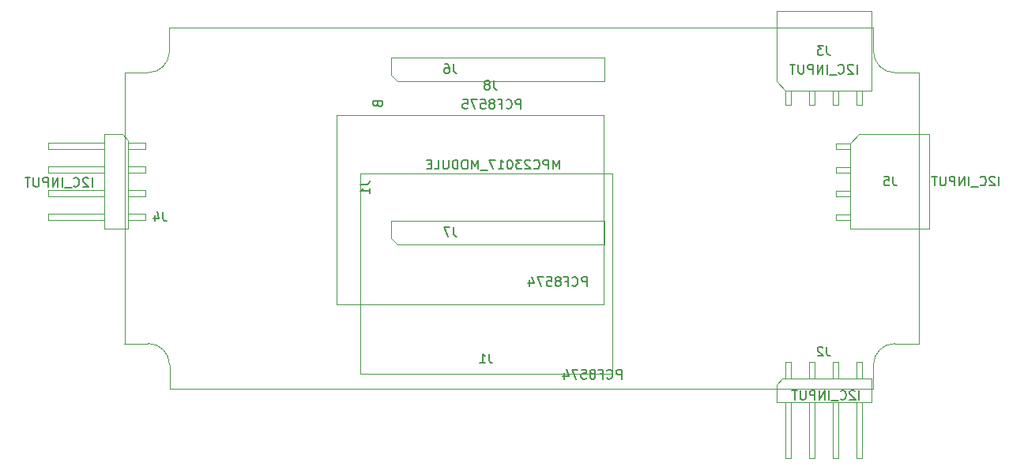
<source format=gbr>
%TF.GenerationSoftware,KiCad,Pcbnew,7.0.7*%
%TF.CreationDate,2023-10-01T14:50:05+02:00*%
%TF.ProjectId,MultiSwitch_Mcp23017_MiniSwitch,4d756c74-6953-4776-9974-63685f4d6370,1.0*%
%TF.SameCoordinates,Original*%
%TF.FileFunction,AssemblyDrawing,Bot*%
%FSLAX46Y46*%
G04 Gerber Fmt 4.6, Leading zero omitted, Abs format (unit mm)*
G04 Created by KiCad (PCBNEW 7.0.7) date 2023-10-01 14:50:05*
%MOMM*%
%LPD*%
G01*
G04 APERTURE LIST*
%ADD10C,0.100000*%
%ADD11C,0.150000*%
G04 APERTURE END LIST*
D10*
X218054000Y-132080000D02*
X218054000Y-134600000D01*
X220340000Y-129794000D02*
X222895000Y-129794000D01*
X140330000Y-100711000D02*
G75*
G03*
X142616000Y-98425000I0J2286000D01*
G01*
X142619525Y-132080000D02*
G75*
G03*
X140330000Y-129790475I-2289525J0D01*
G01*
X142619525Y-132080000D02*
X142619525Y-134620000D01*
X140330000Y-100711000D02*
X137795000Y-100711000D01*
X142616000Y-98425000D02*
X142616000Y-95885000D01*
X137795000Y-129794000D02*
X137795000Y-100711000D01*
X220340000Y-100711000D02*
X222880000Y-100711000D01*
X220340000Y-129794000D02*
G75*
G03*
X218054000Y-132080000I0J-2286000D01*
G01*
X218054000Y-98425000D02*
X218054000Y-95885000D01*
X218054000Y-98425000D02*
G75*
G03*
X220340000Y-100711000I2286000J0D01*
G01*
X142616000Y-95885000D02*
X218054000Y-95885000D01*
X222895000Y-100711000D02*
X222895000Y-129794000D01*
X140330000Y-129790475D02*
X137790000Y-129790475D01*
X142619525Y-134620000D02*
X218054000Y-134620000D01*
D11*
X216288808Y-100829819D02*
X216288808Y-99829819D01*
X215860237Y-99925057D02*
X215812618Y-99877438D01*
X215812618Y-99877438D02*
X215717380Y-99829819D01*
X215717380Y-99829819D02*
X215479285Y-99829819D01*
X215479285Y-99829819D02*
X215384047Y-99877438D01*
X215384047Y-99877438D02*
X215336428Y-99925057D01*
X215336428Y-99925057D02*
X215288809Y-100020295D01*
X215288809Y-100020295D02*
X215288809Y-100115533D01*
X215288809Y-100115533D02*
X215336428Y-100258390D01*
X215336428Y-100258390D02*
X215907856Y-100829819D01*
X215907856Y-100829819D02*
X215288809Y-100829819D01*
X214288809Y-100734580D02*
X214336428Y-100782200D01*
X214336428Y-100782200D02*
X214479285Y-100829819D01*
X214479285Y-100829819D02*
X214574523Y-100829819D01*
X214574523Y-100829819D02*
X214717380Y-100782200D01*
X214717380Y-100782200D02*
X214812618Y-100686961D01*
X214812618Y-100686961D02*
X214860237Y-100591723D01*
X214860237Y-100591723D02*
X214907856Y-100401247D01*
X214907856Y-100401247D02*
X214907856Y-100258390D01*
X214907856Y-100258390D02*
X214860237Y-100067914D01*
X214860237Y-100067914D02*
X214812618Y-99972676D01*
X214812618Y-99972676D02*
X214717380Y-99877438D01*
X214717380Y-99877438D02*
X214574523Y-99829819D01*
X214574523Y-99829819D02*
X214479285Y-99829819D01*
X214479285Y-99829819D02*
X214336428Y-99877438D01*
X214336428Y-99877438D02*
X214288809Y-99925057D01*
X214098333Y-100925057D02*
X213336428Y-100925057D01*
X213098332Y-100829819D02*
X213098332Y-99829819D01*
X212622142Y-100829819D02*
X212622142Y-99829819D01*
X212622142Y-99829819D02*
X212050714Y-100829819D01*
X212050714Y-100829819D02*
X212050714Y-99829819D01*
X211574523Y-100829819D02*
X211574523Y-99829819D01*
X211574523Y-99829819D02*
X211193571Y-99829819D01*
X211193571Y-99829819D02*
X211098333Y-99877438D01*
X211098333Y-99877438D02*
X211050714Y-99925057D01*
X211050714Y-99925057D02*
X211003095Y-100020295D01*
X211003095Y-100020295D02*
X211003095Y-100163152D01*
X211003095Y-100163152D02*
X211050714Y-100258390D01*
X211050714Y-100258390D02*
X211098333Y-100306009D01*
X211098333Y-100306009D02*
X211193571Y-100353628D01*
X211193571Y-100353628D02*
X211574523Y-100353628D01*
X210574523Y-99829819D02*
X210574523Y-100639342D01*
X210574523Y-100639342D02*
X210526904Y-100734580D01*
X210526904Y-100734580D02*
X210479285Y-100782200D01*
X210479285Y-100782200D02*
X210384047Y-100829819D01*
X210384047Y-100829819D02*
X210193571Y-100829819D01*
X210193571Y-100829819D02*
X210098333Y-100782200D01*
X210098333Y-100782200D02*
X210050714Y-100734580D01*
X210050714Y-100734580D02*
X210003095Y-100639342D01*
X210003095Y-100639342D02*
X210003095Y-99829819D01*
X209669761Y-99829819D02*
X209098333Y-99829819D01*
X209384047Y-100829819D02*
X209384047Y-99829819D01*
X213058333Y-97819819D02*
X213058333Y-98534104D01*
X213058333Y-98534104D02*
X213105952Y-98676961D01*
X213105952Y-98676961D02*
X213201190Y-98772200D01*
X213201190Y-98772200D02*
X213344047Y-98819819D01*
X213344047Y-98819819D02*
X213439285Y-98819819D01*
X212677380Y-97819819D02*
X212058333Y-97819819D01*
X212058333Y-97819819D02*
X212391666Y-98200771D01*
X212391666Y-98200771D02*
X212248809Y-98200771D01*
X212248809Y-98200771D02*
X212153571Y-98248390D01*
X212153571Y-98248390D02*
X212105952Y-98296009D01*
X212105952Y-98296009D02*
X212058333Y-98391247D01*
X212058333Y-98391247D02*
X212058333Y-98629342D01*
X212058333Y-98629342D02*
X212105952Y-98724580D01*
X212105952Y-98724580D02*
X212153571Y-98772200D01*
X212153571Y-98772200D02*
X212248809Y-98819819D01*
X212248809Y-98819819D02*
X212534523Y-98819819D01*
X212534523Y-98819819D02*
X212629761Y-98772200D01*
X212629761Y-98772200D02*
X212677380Y-98724580D01*
X180260237Y-104594819D02*
X180260237Y-103594819D01*
X180260237Y-103594819D02*
X179879285Y-103594819D01*
X179879285Y-103594819D02*
X179784047Y-103642438D01*
X179784047Y-103642438D02*
X179736428Y-103690057D01*
X179736428Y-103690057D02*
X179688809Y-103785295D01*
X179688809Y-103785295D02*
X179688809Y-103928152D01*
X179688809Y-103928152D02*
X179736428Y-104023390D01*
X179736428Y-104023390D02*
X179784047Y-104071009D01*
X179784047Y-104071009D02*
X179879285Y-104118628D01*
X179879285Y-104118628D02*
X180260237Y-104118628D01*
X178688809Y-104499580D02*
X178736428Y-104547200D01*
X178736428Y-104547200D02*
X178879285Y-104594819D01*
X178879285Y-104594819D02*
X178974523Y-104594819D01*
X178974523Y-104594819D02*
X179117380Y-104547200D01*
X179117380Y-104547200D02*
X179212618Y-104451961D01*
X179212618Y-104451961D02*
X179260237Y-104356723D01*
X179260237Y-104356723D02*
X179307856Y-104166247D01*
X179307856Y-104166247D02*
X179307856Y-104023390D01*
X179307856Y-104023390D02*
X179260237Y-103832914D01*
X179260237Y-103832914D02*
X179212618Y-103737676D01*
X179212618Y-103737676D02*
X179117380Y-103642438D01*
X179117380Y-103642438D02*
X178974523Y-103594819D01*
X178974523Y-103594819D02*
X178879285Y-103594819D01*
X178879285Y-103594819D02*
X178736428Y-103642438D01*
X178736428Y-103642438D02*
X178688809Y-103690057D01*
X177926904Y-104071009D02*
X178260237Y-104071009D01*
X178260237Y-104594819D02*
X178260237Y-103594819D01*
X178260237Y-103594819D02*
X177784047Y-103594819D01*
X177260237Y-104023390D02*
X177355475Y-103975771D01*
X177355475Y-103975771D02*
X177403094Y-103928152D01*
X177403094Y-103928152D02*
X177450713Y-103832914D01*
X177450713Y-103832914D02*
X177450713Y-103785295D01*
X177450713Y-103785295D02*
X177403094Y-103690057D01*
X177403094Y-103690057D02*
X177355475Y-103642438D01*
X177355475Y-103642438D02*
X177260237Y-103594819D01*
X177260237Y-103594819D02*
X177069761Y-103594819D01*
X177069761Y-103594819D02*
X176974523Y-103642438D01*
X176974523Y-103642438D02*
X176926904Y-103690057D01*
X176926904Y-103690057D02*
X176879285Y-103785295D01*
X176879285Y-103785295D02*
X176879285Y-103832914D01*
X176879285Y-103832914D02*
X176926904Y-103928152D01*
X176926904Y-103928152D02*
X176974523Y-103975771D01*
X176974523Y-103975771D02*
X177069761Y-104023390D01*
X177069761Y-104023390D02*
X177260237Y-104023390D01*
X177260237Y-104023390D02*
X177355475Y-104071009D01*
X177355475Y-104071009D02*
X177403094Y-104118628D01*
X177403094Y-104118628D02*
X177450713Y-104213866D01*
X177450713Y-104213866D02*
X177450713Y-104404342D01*
X177450713Y-104404342D02*
X177403094Y-104499580D01*
X177403094Y-104499580D02*
X177355475Y-104547200D01*
X177355475Y-104547200D02*
X177260237Y-104594819D01*
X177260237Y-104594819D02*
X177069761Y-104594819D01*
X177069761Y-104594819D02*
X176974523Y-104547200D01*
X176974523Y-104547200D02*
X176926904Y-104499580D01*
X176926904Y-104499580D02*
X176879285Y-104404342D01*
X176879285Y-104404342D02*
X176879285Y-104213866D01*
X176879285Y-104213866D02*
X176926904Y-104118628D01*
X176926904Y-104118628D02*
X176974523Y-104071009D01*
X176974523Y-104071009D02*
X177069761Y-104023390D01*
X175974523Y-103594819D02*
X176450713Y-103594819D01*
X176450713Y-103594819D02*
X176498332Y-104071009D01*
X176498332Y-104071009D02*
X176450713Y-104023390D01*
X176450713Y-104023390D02*
X176355475Y-103975771D01*
X176355475Y-103975771D02*
X176117380Y-103975771D01*
X176117380Y-103975771D02*
X176022142Y-104023390D01*
X176022142Y-104023390D02*
X175974523Y-104071009D01*
X175974523Y-104071009D02*
X175926904Y-104166247D01*
X175926904Y-104166247D02*
X175926904Y-104404342D01*
X175926904Y-104404342D02*
X175974523Y-104499580D01*
X175974523Y-104499580D02*
X176022142Y-104547200D01*
X176022142Y-104547200D02*
X176117380Y-104594819D01*
X176117380Y-104594819D02*
X176355475Y-104594819D01*
X176355475Y-104594819D02*
X176450713Y-104547200D01*
X176450713Y-104547200D02*
X176498332Y-104499580D01*
X175593570Y-103594819D02*
X174926904Y-103594819D01*
X174926904Y-103594819D02*
X175355475Y-104594819D01*
X174069761Y-103594819D02*
X174545951Y-103594819D01*
X174545951Y-103594819D02*
X174593570Y-104071009D01*
X174593570Y-104071009D02*
X174545951Y-104023390D01*
X174545951Y-104023390D02*
X174450713Y-103975771D01*
X174450713Y-103975771D02*
X174212618Y-103975771D01*
X174212618Y-103975771D02*
X174117380Y-104023390D01*
X174117380Y-104023390D02*
X174069761Y-104071009D01*
X174069761Y-104071009D02*
X174022142Y-104166247D01*
X174022142Y-104166247D02*
X174022142Y-104404342D01*
X174022142Y-104404342D02*
X174069761Y-104499580D01*
X174069761Y-104499580D02*
X174117380Y-104547200D01*
X174117380Y-104547200D02*
X174212618Y-104594819D01*
X174212618Y-104594819D02*
X174450713Y-104594819D01*
X174450713Y-104594819D02*
X174545951Y-104547200D01*
X174545951Y-104547200D02*
X174593570Y-104499580D01*
X177371333Y-101562819D02*
X177371333Y-102277104D01*
X177371333Y-102277104D02*
X177418952Y-102419961D01*
X177418952Y-102419961D02*
X177514190Y-102515200D01*
X177514190Y-102515200D02*
X177657047Y-102562819D01*
X177657047Y-102562819D02*
X177752285Y-102562819D01*
X176752285Y-101991390D02*
X176847523Y-101943771D01*
X176847523Y-101943771D02*
X176895142Y-101896152D01*
X176895142Y-101896152D02*
X176942761Y-101800914D01*
X176942761Y-101800914D02*
X176942761Y-101753295D01*
X176942761Y-101753295D02*
X176895142Y-101658057D01*
X176895142Y-101658057D02*
X176847523Y-101610438D01*
X176847523Y-101610438D02*
X176752285Y-101562819D01*
X176752285Y-101562819D02*
X176561809Y-101562819D01*
X176561809Y-101562819D02*
X176466571Y-101610438D01*
X176466571Y-101610438D02*
X176418952Y-101658057D01*
X176418952Y-101658057D02*
X176371333Y-101753295D01*
X176371333Y-101753295D02*
X176371333Y-101800914D01*
X176371333Y-101800914D02*
X176418952Y-101896152D01*
X176418952Y-101896152D02*
X176466571Y-101943771D01*
X176466571Y-101943771D02*
X176561809Y-101991390D01*
X176561809Y-101991390D02*
X176752285Y-101991390D01*
X176752285Y-101991390D02*
X176847523Y-102039009D01*
X176847523Y-102039009D02*
X176895142Y-102086628D01*
X176895142Y-102086628D02*
X176942761Y-102181866D01*
X176942761Y-102181866D02*
X176942761Y-102372342D01*
X176942761Y-102372342D02*
X176895142Y-102467580D01*
X176895142Y-102467580D02*
X176847523Y-102515200D01*
X176847523Y-102515200D02*
X176752285Y-102562819D01*
X176752285Y-102562819D02*
X176561809Y-102562819D01*
X176561809Y-102562819D02*
X176466571Y-102515200D01*
X176466571Y-102515200D02*
X176418952Y-102467580D01*
X176418952Y-102467580D02*
X176371333Y-102372342D01*
X176371333Y-102372342D02*
X176371333Y-102181866D01*
X176371333Y-102181866D02*
X176418952Y-102086628D01*
X176418952Y-102086628D02*
X176466571Y-102039009D01*
X176466571Y-102039009D02*
X176561809Y-101991390D01*
X164904009Y-104084428D02*
X164951628Y-104227285D01*
X164951628Y-104227285D02*
X164999247Y-104274904D01*
X164999247Y-104274904D02*
X165094485Y-104322523D01*
X165094485Y-104322523D02*
X165237342Y-104322523D01*
X165237342Y-104322523D02*
X165332580Y-104274904D01*
X165332580Y-104274904D02*
X165380200Y-104227285D01*
X165380200Y-104227285D02*
X165427819Y-104132047D01*
X165427819Y-104132047D02*
X165427819Y-103751095D01*
X165427819Y-103751095D02*
X164427819Y-103751095D01*
X164427819Y-103751095D02*
X164427819Y-104084428D01*
X164427819Y-104084428D02*
X164475438Y-104179666D01*
X164475438Y-104179666D02*
X164523057Y-104227285D01*
X164523057Y-104227285D02*
X164618295Y-104274904D01*
X164618295Y-104274904D02*
X164713533Y-104274904D01*
X164713533Y-104274904D02*
X164808771Y-104227285D01*
X164808771Y-104227285D02*
X164856390Y-104179666D01*
X164856390Y-104179666D02*
X164904009Y-104084428D01*
X164904009Y-104084428D02*
X164904009Y-103751095D01*
X184363428Y-111071819D02*
X184363428Y-110071819D01*
X184363428Y-110071819D02*
X184030095Y-110786104D01*
X184030095Y-110786104D02*
X183696762Y-110071819D01*
X183696762Y-110071819D02*
X183696762Y-111071819D01*
X183220571Y-111071819D02*
X183220571Y-110071819D01*
X183220571Y-110071819D02*
X182839619Y-110071819D01*
X182839619Y-110071819D02*
X182744381Y-110119438D01*
X182744381Y-110119438D02*
X182696762Y-110167057D01*
X182696762Y-110167057D02*
X182649143Y-110262295D01*
X182649143Y-110262295D02*
X182649143Y-110405152D01*
X182649143Y-110405152D02*
X182696762Y-110500390D01*
X182696762Y-110500390D02*
X182744381Y-110548009D01*
X182744381Y-110548009D02*
X182839619Y-110595628D01*
X182839619Y-110595628D02*
X183220571Y-110595628D01*
X181649143Y-110976580D02*
X181696762Y-111024200D01*
X181696762Y-111024200D02*
X181839619Y-111071819D01*
X181839619Y-111071819D02*
X181934857Y-111071819D01*
X181934857Y-111071819D02*
X182077714Y-111024200D01*
X182077714Y-111024200D02*
X182172952Y-110928961D01*
X182172952Y-110928961D02*
X182220571Y-110833723D01*
X182220571Y-110833723D02*
X182268190Y-110643247D01*
X182268190Y-110643247D02*
X182268190Y-110500390D01*
X182268190Y-110500390D02*
X182220571Y-110309914D01*
X182220571Y-110309914D02*
X182172952Y-110214676D01*
X182172952Y-110214676D02*
X182077714Y-110119438D01*
X182077714Y-110119438D02*
X181934857Y-110071819D01*
X181934857Y-110071819D02*
X181839619Y-110071819D01*
X181839619Y-110071819D02*
X181696762Y-110119438D01*
X181696762Y-110119438D02*
X181649143Y-110167057D01*
X181268190Y-110167057D02*
X181220571Y-110119438D01*
X181220571Y-110119438D02*
X181125333Y-110071819D01*
X181125333Y-110071819D02*
X180887238Y-110071819D01*
X180887238Y-110071819D02*
X180792000Y-110119438D01*
X180792000Y-110119438D02*
X180744381Y-110167057D01*
X180744381Y-110167057D02*
X180696762Y-110262295D01*
X180696762Y-110262295D02*
X180696762Y-110357533D01*
X180696762Y-110357533D02*
X180744381Y-110500390D01*
X180744381Y-110500390D02*
X181315809Y-111071819D01*
X181315809Y-111071819D02*
X180696762Y-111071819D01*
X180363428Y-110071819D02*
X179744381Y-110071819D01*
X179744381Y-110071819D02*
X180077714Y-110452771D01*
X180077714Y-110452771D02*
X179934857Y-110452771D01*
X179934857Y-110452771D02*
X179839619Y-110500390D01*
X179839619Y-110500390D02*
X179792000Y-110548009D01*
X179792000Y-110548009D02*
X179744381Y-110643247D01*
X179744381Y-110643247D02*
X179744381Y-110881342D01*
X179744381Y-110881342D02*
X179792000Y-110976580D01*
X179792000Y-110976580D02*
X179839619Y-111024200D01*
X179839619Y-111024200D02*
X179934857Y-111071819D01*
X179934857Y-111071819D02*
X180220571Y-111071819D01*
X180220571Y-111071819D02*
X180315809Y-111024200D01*
X180315809Y-111024200D02*
X180363428Y-110976580D01*
X179125333Y-110071819D02*
X179030095Y-110071819D01*
X179030095Y-110071819D02*
X178934857Y-110119438D01*
X178934857Y-110119438D02*
X178887238Y-110167057D01*
X178887238Y-110167057D02*
X178839619Y-110262295D01*
X178839619Y-110262295D02*
X178792000Y-110452771D01*
X178792000Y-110452771D02*
X178792000Y-110690866D01*
X178792000Y-110690866D02*
X178839619Y-110881342D01*
X178839619Y-110881342D02*
X178887238Y-110976580D01*
X178887238Y-110976580D02*
X178934857Y-111024200D01*
X178934857Y-111024200D02*
X179030095Y-111071819D01*
X179030095Y-111071819D02*
X179125333Y-111071819D01*
X179125333Y-111071819D02*
X179220571Y-111024200D01*
X179220571Y-111024200D02*
X179268190Y-110976580D01*
X179268190Y-110976580D02*
X179315809Y-110881342D01*
X179315809Y-110881342D02*
X179363428Y-110690866D01*
X179363428Y-110690866D02*
X179363428Y-110452771D01*
X179363428Y-110452771D02*
X179315809Y-110262295D01*
X179315809Y-110262295D02*
X179268190Y-110167057D01*
X179268190Y-110167057D02*
X179220571Y-110119438D01*
X179220571Y-110119438D02*
X179125333Y-110071819D01*
X177839619Y-111071819D02*
X178411047Y-111071819D01*
X178125333Y-111071819D02*
X178125333Y-110071819D01*
X178125333Y-110071819D02*
X178220571Y-110214676D01*
X178220571Y-110214676D02*
X178315809Y-110309914D01*
X178315809Y-110309914D02*
X178411047Y-110357533D01*
X177506285Y-110071819D02*
X176839619Y-110071819D01*
X176839619Y-110071819D02*
X177268190Y-111071819D01*
X176696762Y-111167057D02*
X175934857Y-111167057D01*
X175696761Y-111071819D02*
X175696761Y-110071819D01*
X175696761Y-110071819D02*
X175363428Y-110786104D01*
X175363428Y-110786104D02*
X175030095Y-110071819D01*
X175030095Y-110071819D02*
X175030095Y-111071819D01*
X174363428Y-110071819D02*
X174172952Y-110071819D01*
X174172952Y-110071819D02*
X174077714Y-110119438D01*
X174077714Y-110119438D02*
X173982476Y-110214676D01*
X173982476Y-110214676D02*
X173934857Y-110405152D01*
X173934857Y-110405152D02*
X173934857Y-110738485D01*
X173934857Y-110738485D02*
X173982476Y-110928961D01*
X173982476Y-110928961D02*
X174077714Y-111024200D01*
X174077714Y-111024200D02*
X174172952Y-111071819D01*
X174172952Y-111071819D02*
X174363428Y-111071819D01*
X174363428Y-111071819D02*
X174458666Y-111024200D01*
X174458666Y-111024200D02*
X174553904Y-110928961D01*
X174553904Y-110928961D02*
X174601523Y-110738485D01*
X174601523Y-110738485D02*
X174601523Y-110405152D01*
X174601523Y-110405152D02*
X174553904Y-110214676D01*
X174553904Y-110214676D02*
X174458666Y-110119438D01*
X174458666Y-110119438D02*
X174363428Y-110071819D01*
X173506285Y-111071819D02*
X173506285Y-110071819D01*
X173506285Y-110071819D02*
X173268190Y-110071819D01*
X173268190Y-110071819D02*
X173125333Y-110119438D01*
X173125333Y-110119438D02*
X173030095Y-110214676D01*
X173030095Y-110214676D02*
X172982476Y-110309914D01*
X172982476Y-110309914D02*
X172934857Y-110500390D01*
X172934857Y-110500390D02*
X172934857Y-110643247D01*
X172934857Y-110643247D02*
X172982476Y-110833723D01*
X172982476Y-110833723D02*
X173030095Y-110928961D01*
X173030095Y-110928961D02*
X173125333Y-111024200D01*
X173125333Y-111024200D02*
X173268190Y-111071819D01*
X173268190Y-111071819D02*
X173506285Y-111071819D01*
X172506285Y-110071819D02*
X172506285Y-110881342D01*
X172506285Y-110881342D02*
X172458666Y-110976580D01*
X172458666Y-110976580D02*
X172411047Y-111024200D01*
X172411047Y-111024200D02*
X172315809Y-111071819D01*
X172315809Y-111071819D02*
X172125333Y-111071819D01*
X172125333Y-111071819D02*
X172030095Y-111024200D01*
X172030095Y-111024200D02*
X171982476Y-110976580D01*
X171982476Y-110976580D02*
X171934857Y-110881342D01*
X171934857Y-110881342D02*
X171934857Y-110071819D01*
X170982476Y-111071819D02*
X171458666Y-111071819D01*
X171458666Y-111071819D02*
X171458666Y-110071819D01*
X170649142Y-110548009D02*
X170315809Y-110548009D01*
X170172952Y-111071819D02*
X170649142Y-111071819D01*
X170649142Y-111071819D02*
X170649142Y-110071819D01*
X170649142Y-110071819D02*
X170172952Y-110071819D01*
X163074819Y-112696666D02*
X163789104Y-112696666D01*
X163789104Y-112696666D02*
X163931961Y-112649047D01*
X163931961Y-112649047D02*
X164027200Y-112553809D01*
X164027200Y-112553809D02*
X164074819Y-112410952D01*
X164074819Y-112410952D02*
X164074819Y-112315714D01*
X164074819Y-113696666D02*
X164074819Y-113125238D01*
X164074819Y-113410952D02*
X163074819Y-113410952D01*
X163074819Y-113410952D02*
X163217676Y-113315714D01*
X163217676Y-113315714D02*
X163312914Y-113220476D01*
X163312914Y-113220476D02*
X163360533Y-113125238D01*
X176863333Y-130899819D02*
X176863333Y-131614104D01*
X176863333Y-131614104D02*
X176910952Y-131756961D01*
X176910952Y-131756961D02*
X177006190Y-131852200D01*
X177006190Y-131852200D02*
X177149047Y-131899819D01*
X177149047Y-131899819D02*
X177244285Y-131899819D01*
X175863333Y-131899819D02*
X176434761Y-131899819D01*
X176149047Y-131899819D02*
X176149047Y-130899819D01*
X176149047Y-130899819D02*
X176244285Y-131042676D01*
X176244285Y-131042676D02*
X176339523Y-131137914D01*
X176339523Y-131137914D02*
X176434761Y-131185533D01*
X231488808Y-112849819D02*
X231488808Y-111849819D01*
X231060237Y-111945057D02*
X231012618Y-111897438D01*
X231012618Y-111897438D02*
X230917380Y-111849819D01*
X230917380Y-111849819D02*
X230679285Y-111849819D01*
X230679285Y-111849819D02*
X230584047Y-111897438D01*
X230584047Y-111897438D02*
X230536428Y-111945057D01*
X230536428Y-111945057D02*
X230488809Y-112040295D01*
X230488809Y-112040295D02*
X230488809Y-112135533D01*
X230488809Y-112135533D02*
X230536428Y-112278390D01*
X230536428Y-112278390D02*
X231107856Y-112849819D01*
X231107856Y-112849819D02*
X230488809Y-112849819D01*
X229488809Y-112754580D02*
X229536428Y-112802200D01*
X229536428Y-112802200D02*
X229679285Y-112849819D01*
X229679285Y-112849819D02*
X229774523Y-112849819D01*
X229774523Y-112849819D02*
X229917380Y-112802200D01*
X229917380Y-112802200D02*
X230012618Y-112706961D01*
X230012618Y-112706961D02*
X230060237Y-112611723D01*
X230060237Y-112611723D02*
X230107856Y-112421247D01*
X230107856Y-112421247D02*
X230107856Y-112278390D01*
X230107856Y-112278390D02*
X230060237Y-112087914D01*
X230060237Y-112087914D02*
X230012618Y-111992676D01*
X230012618Y-111992676D02*
X229917380Y-111897438D01*
X229917380Y-111897438D02*
X229774523Y-111849819D01*
X229774523Y-111849819D02*
X229679285Y-111849819D01*
X229679285Y-111849819D02*
X229536428Y-111897438D01*
X229536428Y-111897438D02*
X229488809Y-111945057D01*
X229298333Y-112945057D02*
X228536428Y-112945057D01*
X228298332Y-112849819D02*
X228298332Y-111849819D01*
X227822142Y-112849819D02*
X227822142Y-111849819D01*
X227822142Y-111849819D02*
X227250714Y-112849819D01*
X227250714Y-112849819D02*
X227250714Y-111849819D01*
X226774523Y-112849819D02*
X226774523Y-111849819D01*
X226774523Y-111849819D02*
X226393571Y-111849819D01*
X226393571Y-111849819D02*
X226298333Y-111897438D01*
X226298333Y-111897438D02*
X226250714Y-111945057D01*
X226250714Y-111945057D02*
X226203095Y-112040295D01*
X226203095Y-112040295D02*
X226203095Y-112183152D01*
X226203095Y-112183152D02*
X226250714Y-112278390D01*
X226250714Y-112278390D02*
X226298333Y-112326009D01*
X226298333Y-112326009D02*
X226393571Y-112373628D01*
X226393571Y-112373628D02*
X226774523Y-112373628D01*
X225774523Y-111849819D02*
X225774523Y-112659342D01*
X225774523Y-112659342D02*
X225726904Y-112754580D01*
X225726904Y-112754580D02*
X225679285Y-112802200D01*
X225679285Y-112802200D02*
X225584047Y-112849819D01*
X225584047Y-112849819D02*
X225393571Y-112849819D01*
X225393571Y-112849819D02*
X225298333Y-112802200D01*
X225298333Y-112802200D02*
X225250714Y-112754580D01*
X225250714Y-112754580D02*
X225203095Y-112659342D01*
X225203095Y-112659342D02*
X225203095Y-111849819D01*
X224869761Y-111849819D02*
X224298333Y-111849819D01*
X224584047Y-112849819D02*
X224584047Y-111849819D01*
X220170333Y-111849819D02*
X220170333Y-112564104D01*
X220170333Y-112564104D02*
X220217952Y-112706961D01*
X220217952Y-112706961D02*
X220313190Y-112802200D01*
X220313190Y-112802200D02*
X220456047Y-112849819D01*
X220456047Y-112849819D02*
X220551285Y-112849819D01*
X219217952Y-111849819D02*
X219694142Y-111849819D01*
X219694142Y-111849819D02*
X219741761Y-112326009D01*
X219741761Y-112326009D02*
X219694142Y-112278390D01*
X219694142Y-112278390D02*
X219598904Y-112230771D01*
X219598904Y-112230771D02*
X219360809Y-112230771D01*
X219360809Y-112230771D02*
X219265571Y-112278390D01*
X219265571Y-112278390D02*
X219217952Y-112326009D01*
X219217952Y-112326009D02*
X219170333Y-112421247D01*
X219170333Y-112421247D02*
X219170333Y-112659342D01*
X219170333Y-112659342D02*
X219217952Y-112754580D01*
X219217952Y-112754580D02*
X219265571Y-112802200D01*
X219265571Y-112802200D02*
X219360809Y-112849819D01*
X219360809Y-112849819D02*
X219598904Y-112849819D01*
X219598904Y-112849819D02*
X219694142Y-112802200D01*
X219694142Y-112802200D02*
X219741761Y-112754580D01*
X187340237Y-123644819D02*
X187340237Y-122644819D01*
X187340237Y-122644819D02*
X186959285Y-122644819D01*
X186959285Y-122644819D02*
X186864047Y-122692438D01*
X186864047Y-122692438D02*
X186816428Y-122740057D01*
X186816428Y-122740057D02*
X186768809Y-122835295D01*
X186768809Y-122835295D02*
X186768809Y-122978152D01*
X186768809Y-122978152D02*
X186816428Y-123073390D01*
X186816428Y-123073390D02*
X186864047Y-123121009D01*
X186864047Y-123121009D02*
X186959285Y-123168628D01*
X186959285Y-123168628D02*
X187340237Y-123168628D01*
X185768809Y-123549580D02*
X185816428Y-123597200D01*
X185816428Y-123597200D02*
X185959285Y-123644819D01*
X185959285Y-123644819D02*
X186054523Y-123644819D01*
X186054523Y-123644819D02*
X186197380Y-123597200D01*
X186197380Y-123597200D02*
X186292618Y-123501961D01*
X186292618Y-123501961D02*
X186340237Y-123406723D01*
X186340237Y-123406723D02*
X186387856Y-123216247D01*
X186387856Y-123216247D02*
X186387856Y-123073390D01*
X186387856Y-123073390D02*
X186340237Y-122882914D01*
X186340237Y-122882914D02*
X186292618Y-122787676D01*
X186292618Y-122787676D02*
X186197380Y-122692438D01*
X186197380Y-122692438D02*
X186054523Y-122644819D01*
X186054523Y-122644819D02*
X185959285Y-122644819D01*
X185959285Y-122644819D02*
X185816428Y-122692438D01*
X185816428Y-122692438D02*
X185768809Y-122740057D01*
X185006904Y-123121009D02*
X185340237Y-123121009D01*
X185340237Y-123644819D02*
X185340237Y-122644819D01*
X185340237Y-122644819D02*
X184864047Y-122644819D01*
X184340237Y-123073390D02*
X184435475Y-123025771D01*
X184435475Y-123025771D02*
X184483094Y-122978152D01*
X184483094Y-122978152D02*
X184530713Y-122882914D01*
X184530713Y-122882914D02*
X184530713Y-122835295D01*
X184530713Y-122835295D02*
X184483094Y-122740057D01*
X184483094Y-122740057D02*
X184435475Y-122692438D01*
X184435475Y-122692438D02*
X184340237Y-122644819D01*
X184340237Y-122644819D02*
X184149761Y-122644819D01*
X184149761Y-122644819D02*
X184054523Y-122692438D01*
X184054523Y-122692438D02*
X184006904Y-122740057D01*
X184006904Y-122740057D02*
X183959285Y-122835295D01*
X183959285Y-122835295D02*
X183959285Y-122882914D01*
X183959285Y-122882914D02*
X184006904Y-122978152D01*
X184006904Y-122978152D02*
X184054523Y-123025771D01*
X184054523Y-123025771D02*
X184149761Y-123073390D01*
X184149761Y-123073390D02*
X184340237Y-123073390D01*
X184340237Y-123073390D02*
X184435475Y-123121009D01*
X184435475Y-123121009D02*
X184483094Y-123168628D01*
X184483094Y-123168628D02*
X184530713Y-123263866D01*
X184530713Y-123263866D02*
X184530713Y-123454342D01*
X184530713Y-123454342D02*
X184483094Y-123549580D01*
X184483094Y-123549580D02*
X184435475Y-123597200D01*
X184435475Y-123597200D02*
X184340237Y-123644819D01*
X184340237Y-123644819D02*
X184149761Y-123644819D01*
X184149761Y-123644819D02*
X184054523Y-123597200D01*
X184054523Y-123597200D02*
X184006904Y-123549580D01*
X184006904Y-123549580D02*
X183959285Y-123454342D01*
X183959285Y-123454342D02*
X183959285Y-123263866D01*
X183959285Y-123263866D02*
X184006904Y-123168628D01*
X184006904Y-123168628D02*
X184054523Y-123121009D01*
X184054523Y-123121009D02*
X184149761Y-123073390D01*
X183054523Y-122644819D02*
X183530713Y-122644819D01*
X183530713Y-122644819D02*
X183578332Y-123121009D01*
X183578332Y-123121009D02*
X183530713Y-123073390D01*
X183530713Y-123073390D02*
X183435475Y-123025771D01*
X183435475Y-123025771D02*
X183197380Y-123025771D01*
X183197380Y-123025771D02*
X183102142Y-123073390D01*
X183102142Y-123073390D02*
X183054523Y-123121009D01*
X183054523Y-123121009D02*
X183006904Y-123216247D01*
X183006904Y-123216247D02*
X183006904Y-123454342D01*
X183006904Y-123454342D02*
X183054523Y-123549580D01*
X183054523Y-123549580D02*
X183102142Y-123597200D01*
X183102142Y-123597200D02*
X183197380Y-123644819D01*
X183197380Y-123644819D02*
X183435475Y-123644819D01*
X183435475Y-123644819D02*
X183530713Y-123597200D01*
X183530713Y-123597200D02*
X183578332Y-123549580D01*
X182673570Y-122644819D02*
X182006904Y-122644819D01*
X182006904Y-122644819D02*
X182435475Y-123644819D01*
X181197380Y-122978152D02*
X181197380Y-123644819D01*
X181435475Y-122597200D02*
X181673570Y-123311485D01*
X181673570Y-123311485D02*
X181054523Y-123311485D01*
X173053333Y-117310819D02*
X173053333Y-118025104D01*
X173053333Y-118025104D02*
X173100952Y-118167961D01*
X173100952Y-118167961D02*
X173196190Y-118263200D01*
X173196190Y-118263200D02*
X173339047Y-118310819D01*
X173339047Y-118310819D02*
X173434285Y-118310819D01*
X172672380Y-117310819D02*
X172005714Y-117310819D01*
X172005714Y-117310819D02*
X172434285Y-118310819D01*
X191055237Y-133594819D02*
X191055237Y-132594819D01*
X191055237Y-132594819D02*
X190674285Y-132594819D01*
X190674285Y-132594819D02*
X190579047Y-132642438D01*
X190579047Y-132642438D02*
X190531428Y-132690057D01*
X190531428Y-132690057D02*
X190483809Y-132785295D01*
X190483809Y-132785295D02*
X190483809Y-132928152D01*
X190483809Y-132928152D02*
X190531428Y-133023390D01*
X190531428Y-133023390D02*
X190579047Y-133071009D01*
X190579047Y-133071009D02*
X190674285Y-133118628D01*
X190674285Y-133118628D02*
X191055237Y-133118628D01*
X189483809Y-133499580D02*
X189531428Y-133547200D01*
X189531428Y-133547200D02*
X189674285Y-133594819D01*
X189674285Y-133594819D02*
X189769523Y-133594819D01*
X189769523Y-133594819D02*
X189912380Y-133547200D01*
X189912380Y-133547200D02*
X190007618Y-133451961D01*
X190007618Y-133451961D02*
X190055237Y-133356723D01*
X190055237Y-133356723D02*
X190102856Y-133166247D01*
X190102856Y-133166247D02*
X190102856Y-133023390D01*
X190102856Y-133023390D02*
X190055237Y-132832914D01*
X190055237Y-132832914D02*
X190007618Y-132737676D01*
X190007618Y-132737676D02*
X189912380Y-132642438D01*
X189912380Y-132642438D02*
X189769523Y-132594819D01*
X189769523Y-132594819D02*
X189674285Y-132594819D01*
X189674285Y-132594819D02*
X189531428Y-132642438D01*
X189531428Y-132642438D02*
X189483809Y-132690057D01*
X188721904Y-133071009D02*
X189055237Y-133071009D01*
X189055237Y-133594819D02*
X189055237Y-132594819D01*
X189055237Y-132594819D02*
X188579047Y-132594819D01*
X188055237Y-133023390D02*
X188150475Y-132975771D01*
X188150475Y-132975771D02*
X188198094Y-132928152D01*
X188198094Y-132928152D02*
X188245713Y-132832914D01*
X188245713Y-132832914D02*
X188245713Y-132785295D01*
X188245713Y-132785295D02*
X188198094Y-132690057D01*
X188198094Y-132690057D02*
X188150475Y-132642438D01*
X188150475Y-132642438D02*
X188055237Y-132594819D01*
X188055237Y-132594819D02*
X187864761Y-132594819D01*
X187864761Y-132594819D02*
X187769523Y-132642438D01*
X187769523Y-132642438D02*
X187721904Y-132690057D01*
X187721904Y-132690057D02*
X187674285Y-132785295D01*
X187674285Y-132785295D02*
X187674285Y-132832914D01*
X187674285Y-132832914D02*
X187721904Y-132928152D01*
X187721904Y-132928152D02*
X187769523Y-132975771D01*
X187769523Y-132975771D02*
X187864761Y-133023390D01*
X187864761Y-133023390D02*
X188055237Y-133023390D01*
X188055237Y-133023390D02*
X188150475Y-133071009D01*
X188150475Y-133071009D02*
X188198094Y-133118628D01*
X188198094Y-133118628D02*
X188245713Y-133213866D01*
X188245713Y-133213866D02*
X188245713Y-133404342D01*
X188245713Y-133404342D02*
X188198094Y-133499580D01*
X188198094Y-133499580D02*
X188150475Y-133547200D01*
X188150475Y-133547200D02*
X188055237Y-133594819D01*
X188055237Y-133594819D02*
X187864761Y-133594819D01*
X187864761Y-133594819D02*
X187769523Y-133547200D01*
X187769523Y-133547200D02*
X187721904Y-133499580D01*
X187721904Y-133499580D02*
X187674285Y-133404342D01*
X187674285Y-133404342D02*
X187674285Y-133213866D01*
X187674285Y-133213866D02*
X187721904Y-133118628D01*
X187721904Y-133118628D02*
X187769523Y-133071009D01*
X187769523Y-133071009D02*
X187864761Y-133023390D01*
X186769523Y-132594819D02*
X187245713Y-132594819D01*
X187245713Y-132594819D02*
X187293332Y-133071009D01*
X187293332Y-133071009D02*
X187245713Y-133023390D01*
X187245713Y-133023390D02*
X187150475Y-132975771D01*
X187150475Y-132975771D02*
X186912380Y-132975771D01*
X186912380Y-132975771D02*
X186817142Y-133023390D01*
X186817142Y-133023390D02*
X186769523Y-133071009D01*
X186769523Y-133071009D02*
X186721904Y-133166247D01*
X186721904Y-133166247D02*
X186721904Y-133404342D01*
X186721904Y-133404342D02*
X186769523Y-133499580D01*
X186769523Y-133499580D02*
X186817142Y-133547200D01*
X186817142Y-133547200D02*
X186912380Y-133594819D01*
X186912380Y-133594819D02*
X187150475Y-133594819D01*
X187150475Y-133594819D02*
X187245713Y-133547200D01*
X187245713Y-133547200D02*
X187293332Y-133499580D01*
X186388570Y-132594819D02*
X185721904Y-132594819D01*
X185721904Y-132594819D02*
X186150475Y-133594819D01*
X184912380Y-132928152D02*
X184912380Y-133594819D01*
X185150475Y-132547200D02*
X185388570Y-133261485D01*
X185388570Y-133261485D02*
X184769523Y-133261485D01*
X173053333Y-99784819D02*
X173053333Y-100499104D01*
X173053333Y-100499104D02*
X173100952Y-100641961D01*
X173100952Y-100641961D02*
X173196190Y-100737200D01*
X173196190Y-100737200D02*
X173339047Y-100784819D01*
X173339047Y-100784819D02*
X173434285Y-100784819D01*
X172148571Y-99784819D02*
X172339047Y-99784819D01*
X172339047Y-99784819D02*
X172434285Y-99832438D01*
X172434285Y-99832438D02*
X172481904Y-99880057D01*
X172481904Y-99880057D02*
X172577142Y-100022914D01*
X172577142Y-100022914D02*
X172624761Y-100213390D01*
X172624761Y-100213390D02*
X172624761Y-100594342D01*
X172624761Y-100594342D02*
X172577142Y-100689580D01*
X172577142Y-100689580D02*
X172529523Y-100737200D01*
X172529523Y-100737200D02*
X172434285Y-100784819D01*
X172434285Y-100784819D02*
X172243809Y-100784819D01*
X172243809Y-100784819D02*
X172148571Y-100737200D01*
X172148571Y-100737200D02*
X172100952Y-100689580D01*
X172100952Y-100689580D02*
X172053333Y-100594342D01*
X172053333Y-100594342D02*
X172053333Y-100356247D01*
X172053333Y-100356247D02*
X172100952Y-100261009D01*
X172100952Y-100261009D02*
X172148571Y-100213390D01*
X172148571Y-100213390D02*
X172243809Y-100165771D01*
X172243809Y-100165771D02*
X172434285Y-100165771D01*
X172434285Y-100165771D02*
X172529523Y-100213390D01*
X172529523Y-100213390D02*
X172577142Y-100261009D01*
X172577142Y-100261009D02*
X172624761Y-100356247D01*
X134333808Y-112976819D02*
X134333808Y-111976819D01*
X133905237Y-112072057D02*
X133857618Y-112024438D01*
X133857618Y-112024438D02*
X133762380Y-111976819D01*
X133762380Y-111976819D02*
X133524285Y-111976819D01*
X133524285Y-111976819D02*
X133429047Y-112024438D01*
X133429047Y-112024438D02*
X133381428Y-112072057D01*
X133381428Y-112072057D02*
X133333809Y-112167295D01*
X133333809Y-112167295D02*
X133333809Y-112262533D01*
X133333809Y-112262533D02*
X133381428Y-112405390D01*
X133381428Y-112405390D02*
X133952856Y-112976819D01*
X133952856Y-112976819D02*
X133333809Y-112976819D01*
X132333809Y-112881580D02*
X132381428Y-112929200D01*
X132381428Y-112929200D02*
X132524285Y-112976819D01*
X132524285Y-112976819D02*
X132619523Y-112976819D01*
X132619523Y-112976819D02*
X132762380Y-112929200D01*
X132762380Y-112929200D02*
X132857618Y-112833961D01*
X132857618Y-112833961D02*
X132905237Y-112738723D01*
X132905237Y-112738723D02*
X132952856Y-112548247D01*
X132952856Y-112548247D02*
X132952856Y-112405390D01*
X132952856Y-112405390D02*
X132905237Y-112214914D01*
X132905237Y-112214914D02*
X132857618Y-112119676D01*
X132857618Y-112119676D02*
X132762380Y-112024438D01*
X132762380Y-112024438D02*
X132619523Y-111976819D01*
X132619523Y-111976819D02*
X132524285Y-111976819D01*
X132524285Y-111976819D02*
X132381428Y-112024438D01*
X132381428Y-112024438D02*
X132333809Y-112072057D01*
X132143333Y-113072057D02*
X131381428Y-113072057D01*
X131143332Y-112976819D02*
X131143332Y-111976819D01*
X130667142Y-112976819D02*
X130667142Y-111976819D01*
X130667142Y-111976819D02*
X130095714Y-112976819D01*
X130095714Y-112976819D02*
X130095714Y-111976819D01*
X129619523Y-112976819D02*
X129619523Y-111976819D01*
X129619523Y-111976819D02*
X129238571Y-111976819D01*
X129238571Y-111976819D02*
X129143333Y-112024438D01*
X129143333Y-112024438D02*
X129095714Y-112072057D01*
X129095714Y-112072057D02*
X129048095Y-112167295D01*
X129048095Y-112167295D02*
X129048095Y-112310152D01*
X129048095Y-112310152D02*
X129095714Y-112405390D01*
X129095714Y-112405390D02*
X129143333Y-112453009D01*
X129143333Y-112453009D02*
X129238571Y-112500628D01*
X129238571Y-112500628D02*
X129619523Y-112500628D01*
X128619523Y-111976819D02*
X128619523Y-112786342D01*
X128619523Y-112786342D02*
X128571904Y-112881580D01*
X128571904Y-112881580D02*
X128524285Y-112929200D01*
X128524285Y-112929200D02*
X128429047Y-112976819D01*
X128429047Y-112976819D02*
X128238571Y-112976819D01*
X128238571Y-112976819D02*
X128143333Y-112929200D01*
X128143333Y-112929200D02*
X128095714Y-112881580D01*
X128095714Y-112881580D02*
X128048095Y-112786342D01*
X128048095Y-112786342D02*
X128048095Y-111976819D01*
X127714761Y-111976819D02*
X127143333Y-111976819D01*
X127429047Y-112976819D02*
X127429047Y-111976819D01*
X141938333Y-115659819D02*
X141938333Y-116374104D01*
X141938333Y-116374104D02*
X141985952Y-116516961D01*
X141985952Y-116516961D02*
X142081190Y-116612200D01*
X142081190Y-116612200D02*
X142224047Y-116659819D01*
X142224047Y-116659819D02*
X142319285Y-116659819D01*
X141033571Y-115993152D02*
X141033571Y-116659819D01*
X141271666Y-115612200D02*
X141509761Y-116326485D01*
X141509761Y-116326485D02*
X140890714Y-116326485D01*
X216502808Y-135836819D02*
X216502808Y-134836819D01*
X216074237Y-134932057D02*
X216026618Y-134884438D01*
X216026618Y-134884438D02*
X215931380Y-134836819D01*
X215931380Y-134836819D02*
X215693285Y-134836819D01*
X215693285Y-134836819D02*
X215598047Y-134884438D01*
X215598047Y-134884438D02*
X215550428Y-134932057D01*
X215550428Y-134932057D02*
X215502809Y-135027295D01*
X215502809Y-135027295D02*
X215502809Y-135122533D01*
X215502809Y-135122533D02*
X215550428Y-135265390D01*
X215550428Y-135265390D02*
X216121856Y-135836819D01*
X216121856Y-135836819D02*
X215502809Y-135836819D01*
X214502809Y-135741580D02*
X214550428Y-135789200D01*
X214550428Y-135789200D02*
X214693285Y-135836819D01*
X214693285Y-135836819D02*
X214788523Y-135836819D01*
X214788523Y-135836819D02*
X214931380Y-135789200D01*
X214931380Y-135789200D02*
X215026618Y-135693961D01*
X215026618Y-135693961D02*
X215074237Y-135598723D01*
X215074237Y-135598723D02*
X215121856Y-135408247D01*
X215121856Y-135408247D02*
X215121856Y-135265390D01*
X215121856Y-135265390D02*
X215074237Y-135074914D01*
X215074237Y-135074914D02*
X215026618Y-134979676D01*
X215026618Y-134979676D02*
X214931380Y-134884438D01*
X214931380Y-134884438D02*
X214788523Y-134836819D01*
X214788523Y-134836819D02*
X214693285Y-134836819D01*
X214693285Y-134836819D02*
X214550428Y-134884438D01*
X214550428Y-134884438D02*
X214502809Y-134932057D01*
X214312333Y-135932057D02*
X213550428Y-135932057D01*
X213312332Y-135836819D02*
X213312332Y-134836819D01*
X212836142Y-135836819D02*
X212836142Y-134836819D01*
X212836142Y-134836819D02*
X212264714Y-135836819D01*
X212264714Y-135836819D02*
X212264714Y-134836819D01*
X211788523Y-135836819D02*
X211788523Y-134836819D01*
X211788523Y-134836819D02*
X211407571Y-134836819D01*
X211407571Y-134836819D02*
X211312333Y-134884438D01*
X211312333Y-134884438D02*
X211264714Y-134932057D01*
X211264714Y-134932057D02*
X211217095Y-135027295D01*
X211217095Y-135027295D02*
X211217095Y-135170152D01*
X211217095Y-135170152D02*
X211264714Y-135265390D01*
X211264714Y-135265390D02*
X211312333Y-135313009D01*
X211312333Y-135313009D02*
X211407571Y-135360628D01*
X211407571Y-135360628D02*
X211788523Y-135360628D01*
X210788523Y-134836819D02*
X210788523Y-135646342D01*
X210788523Y-135646342D02*
X210740904Y-135741580D01*
X210740904Y-135741580D02*
X210693285Y-135789200D01*
X210693285Y-135789200D02*
X210598047Y-135836819D01*
X210598047Y-135836819D02*
X210407571Y-135836819D01*
X210407571Y-135836819D02*
X210312333Y-135789200D01*
X210312333Y-135789200D02*
X210264714Y-135741580D01*
X210264714Y-135741580D02*
X210217095Y-135646342D01*
X210217095Y-135646342D02*
X210217095Y-134836819D01*
X209883761Y-134836819D02*
X209312333Y-134836819D01*
X209598047Y-135836819D02*
X209598047Y-134836819D01*
X213058333Y-130137819D02*
X213058333Y-130852104D01*
X213058333Y-130852104D02*
X213105952Y-130994961D01*
X213105952Y-130994961D02*
X213201190Y-131090200D01*
X213201190Y-131090200D02*
X213344047Y-131137819D01*
X213344047Y-131137819D02*
X213439285Y-131137819D01*
X212629761Y-130233057D02*
X212582142Y-130185438D01*
X212582142Y-130185438D02*
X212486904Y-130137819D01*
X212486904Y-130137819D02*
X212248809Y-130137819D01*
X212248809Y-130137819D02*
X212153571Y-130185438D01*
X212153571Y-130185438D02*
X212105952Y-130233057D01*
X212105952Y-130233057D02*
X212058333Y-130328295D01*
X212058333Y-130328295D02*
X212058333Y-130423533D01*
X212058333Y-130423533D02*
X212105952Y-130566390D01*
X212105952Y-130566390D02*
X212677380Y-131137819D01*
X212677380Y-131137819D02*
X212058333Y-131137819D01*
D10*
%TO.C,J3*%
X217805000Y-94110000D02*
X207645000Y-94110000D01*
X207645000Y-94110000D02*
X207645000Y-101650000D01*
X207645000Y-101650000D02*
X208615000Y-102620000D01*
X217805000Y-102620000D02*
X217805000Y-94110000D01*
X216835000Y-102620000D02*
X216835000Y-104140000D01*
X214295000Y-102620000D02*
X214295000Y-104140000D01*
X211755000Y-102620000D02*
X211755000Y-104140000D01*
X209215000Y-102620000D02*
X209215000Y-104140000D01*
X208615000Y-102620000D02*
X217805000Y-102620000D01*
X216835000Y-104140000D02*
X216235000Y-104140000D01*
X216235000Y-104140000D02*
X216235000Y-102620000D01*
X214295000Y-104140000D02*
X213695000Y-104140000D01*
X213695000Y-104140000D02*
X213695000Y-102620000D01*
X211755000Y-104140000D02*
X211155000Y-104140000D01*
X211155000Y-104140000D02*
X211155000Y-102620000D01*
X209215000Y-104140000D02*
X208615000Y-104140000D01*
X208615000Y-104140000D02*
X208615000Y-102620000D01*
%TO.C,J8*%
X189103000Y-105283000D02*
X189103000Y-125603000D01*
X160528000Y-105283000D02*
X189103000Y-105283000D01*
X160528000Y-105283000D02*
X160528000Y-125603000D01*
X189103000Y-125603000D02*
X160528000Y-125603000D01*
%TO.C,J1*%
X190100000Y-111530000D02*
X190100000Y-133030000D01*
X163100000Y-111530000D02*
X190100000Y-111530000D01*
X163100000Y-111530000D02*
X163100000Y-133030000D01*
X190100000Y-133030000D02*
X163100000Y-133030000D01*
%TO.C,J5*%
X224025000Y-117475000D02*
X224025000Y-107315000D01*
X224025000Y-107315000D02*
X216485000Y-107315000D01*
X216485000Y-107315000D02*
X215515000Y-108285000D01*
X215515000Y-117475000D02*
X224025000Y-117475000D01*
X215515000Y-116505000D02*
X213995000Y-116505000D01*
X215515000Y-113965000D02*
X213995000Y-113965000D01*
X215515000Y-111425000D02*
X213995000Y-111425000D01*
X215515000Y-108885000D02*
X213995000Y-108885000D01*
X215515000Y-108285000D02*
X215515000Y-117475000D01*
X213995000Y-116505000D02*
X213995000Y-115905000D01*
X213995000Y-115905000D02*
X215515000Y-115905000D01*
X213995000Y-113965000D02*
X213995000Y-113365000D01*
X213995000Y-113365000D02*
X215515000Y-113365000D01*
X213995000Y-111425000D02*
X213995000Y-110825000D01*
X213995000Y-110825000D02*
X215515000Y-110825000D01*
X213995000Y-108885000D02*
X213995000Y-108285000D01*
X213995000Y-108285000D02*
X215515000Y-108285000D01*
%TO.C,J7*%
X189230000Y-116586000D02*
X189230000Y-119126000D01*
X189230000Y-116586000D02*
X166370000Y-116586000D01*
X167005000Y-119126000D02*
X189230000Y-119126000D01*
X167005000Y-119126000D02*
X166370000Y-118491000D01*
X166370000Y-118491000D02*
X166370000Y-116586000D01*
%TO.C,J6*%
X189230000Y-99060000D02*
X189230000Y-101600000D01*
X189230000Y-99060000D02*
X166370000Y-99060000D01*
X167005000Y-101600000D02*
X189230000Y-101600000D01*
X167005000Y-101600000D02*
X166370000Y-100965000D01*
X166370000Y-100965000D02*
X166370000Y-99060000D01*
%TO.C,J4*%
X140020000Y-116525000D02*
X138200000Y-116525000D01*
X140020000Y-115885000D02*
X140020000Y-116525000D01*
X140020000Y-115885000D02*
X138200000Y-115885000D01*
X140020000Y-113985000D02*
X138200000Y-113985000D01*
X140020000Y-113345000D02*
X140020000Y-113985000D01*
X140020000Y-113345000D02*
X138200000Y-113345000D01*
X140020000Y-111445000D02*
X138200000Y-111445000D01*
X140020000Y-110805000D02*
X140020000Y-111445000D01*
X140020000Y-110805000D02*
X138200000Y-110805000D01*
X140020000Y-108905000D02*
X138200000Y-108905000D01*
X140020000Y-108265000D02*
X140020000Y-108905000D01*
X140020000Y-108265000D02*
X138200000Y-108265000D01*
X138200000Y-117475000D02*
X138200000Y-107950000D01*
X138200000Y-107950000D02*
X137565000Y-107315000D01*
X137565000Y-107315000D02*
X135660000Y-107315000D01*
X135660000Y-117475000D02*
X138200000Y-117475000D01*
X135660000Y-116525000D02*
X129660000Y-116525000D01*
X135660000Y-115885000D02*
X129660000Y-115885000D01*
X135660000Y-113985000D02*
X129660000Y-113985000D01*
X135660000Y-113345000D02*
X129660000Y-113345000D01*
X135660000Y-111445000D02*
X129660000Y-111445000D01*
X135660000Y-110805000D02*
X129660000Y-110805000D01*
X135660000Y-108905000D02*
X129660000Y-108905000D01*
X135660000Y-108265000D02*
X129660000Y-108265000D01*
X135660000Y-107315000D02*
X135660000Y-117475000D01*
X129660000Y-115885000D02*
X129660000Y-116525000D01*
X129660000Y-113345000D02*
X129660000Y-113985000D01*
X129660000Y-110805000D02*
X129660000Y-111445000D01*
X129660000Y-108265000D02*
X129660000Y-108905000D01*
%TO.C,J2*%
X216855000Y-131760000D02*
X216855000Y-133580000D01*
X216215000Y-131760000D02*
X216855000Y-131760000D01*
X216215000Y-131760000D02*
X216215000Y-133580000D01*
X214315000Y-131760000D02*
X214315000Y-133580000D01*
X213675000Y-131760000D02*
X214315000Y-131760000D01*
X213675000Y-131760000D02*
X213675000Y-133580000D01*
X211775000Y-131760000D02*
X211775000Y-133580000D01*
X211135000Y-131760000D02*
X211775000Y-131760000D01*
X211135000Y-131760000D02*
X211135000Y-133580000D01*
X209235000Y-131760000D02*
X209235000Y-133580000D01*
X208595000Y-131760000D02*
X209235000Y-131760000D01*
X208595000Y-131760000D02*
X208595000Y-133580000D01*
X217805000Y-133580000D02*
X208280000Y-133580000D01*
X208280000Y-133580000D02*
X207645000Y-134215000D01*
X207645000Y-134215000D02*
X207645000Y-136120000D01*
X217805000Y-136120000D02*
X217805000Y-133580000D01*
X216855000Y-136120000D02*
X216855000Y-142120000D01*
X216215000Y-136120000D02*
X216215000Y-142120000D01*
X214315000Y-136120000D02*
X214315000Y-142120000D01*
X213675000Y-136120000D02*
X213675000Y-142120000D01*
X211775000Y-136120000D02*
X211775000Y-142120000D01*
X211135000Y-136120000D02*
X211135000Y-142120000D01*
X209235000Y-136120000D02*
X209235000Y-142120000D01*
X208595000Y-136120000D02*
X208595000Y-142120000D01*
X207645000Y-136120000D02*
X217805000Y-136120000D01*
X216215000Y-142120000D02*
X216855000Y-142120000D01*
X213675000Y-142120000D02*
X214315000Y-142120000D01*
X211135000Y-142120000D02*
X211775000Y-142120000D01*
X208595000Y-142120000D02*
X209235000Y-142120000D01*
%TD*%
M02*

</source>
